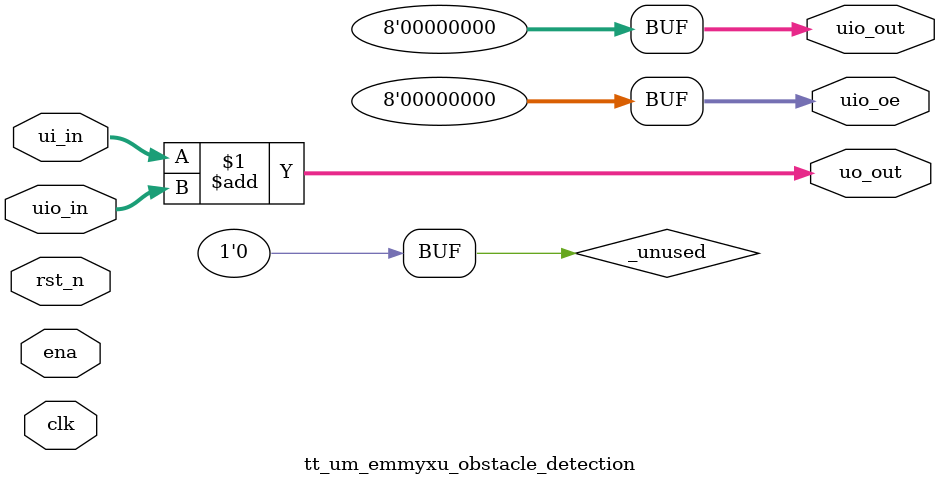
<source format=v>
/*
 * Copyright (c) 2024 Your Name
 * SPDX-License-Identifier: Apache-2.0
 */

`default_nettype none

module tt_um_emmyxu_obstacle_detection (
    input  wire [7:0] ui_in,    // Dedicated inputs
    output wire [7:0] uo_out,   // Dedicated outputs
    input  wire [7:0] uio_in,   // IOs: Input path
    output wire [7:0] uio_out,  // IOs: Output path
    output wire [7:0] uio_oe,   // IOs: Enable path (active high: 0=input, 1=output)
    input  wire       ena,      // always 1 when the design is powered, so you can ignore it
    input  wire       clk,      // clock
    input  wire       rst_n     // reset_n - low to reset
);

  // All output pins must be assigned. If not used, assign to 0.
  assign uo_out  = ui_in + uio_in;  // Example: ou_out is the sum of ui_in and uio_in
  assign uio_out = 0;
  assign uio_oe  = 0;

  // List all unused inputs to prevent warnings
  wire _unused = &{ena, clk, rst_n, 1'b0};

endmodule

</source>
